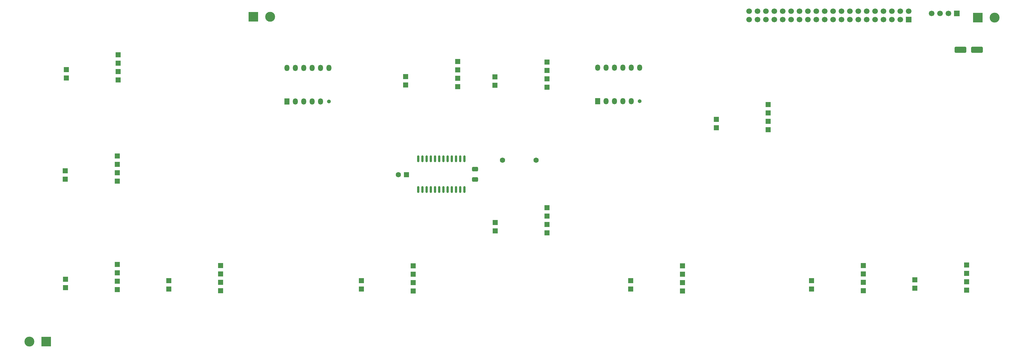
<source format=gbr>
%TF.GenerationSoftware,KiCad,Pcbnew,9.0.2*%
%TF.CreationDate,2025-07-13T15:23:57+02:00*%
%TF.ProjectId,elec,656c6563-2e6b-4696-9361-645f70636258,rev?*%
%TF.SameCoordinates,Original*%
%TF.FileFunction,Soldermask,Bot*%
%TF.FilePolarity,Negative*%
%FSLAX46Y46*%
G04 Gerber Fmt 4.6, Leading zero omitted, Abs format (unit mm)*
G04 Created by KiCad (PCBNEW 9.0.2) date 2025-07-13 15:23:57*
%MOMM*%
%LPD*%
G01*
G04 APERTURE LIST*
G04 Aperture macros list*
%AMRoundRect*
0 Rectangle with rounded corners*
0 $1 Rounding radius*
0 $2 $3 $4 $5 $6 $7 $8 $9 X,Y pos of 4 corners*
0 Add a 4 corners polygon primitive as box body*
4,1,4,$2,$3,$4,$5,$6,$7,$8,$9,$2,$3,0*
0 Add four circle primitives for the rounded corners*
1,1,$1+$1,$2,$3*
1,1,$1+$1,$4,$5*
1,1,$1+$1,$6,$7*
1,1,$1+$1,$8,$9*
0 Add four rect primitives between the rounded corners*
20,1,$1+$1,$2,$3,$4,$5,0*
20,1,$1+$1,$4,$5,$6,$7,0*
20,1,$1+$1,$6,$7,$8,$9,0*
20,1,$1+$1,$8,$9,$2,$3,0*%
G04 Aperture macros list end*
%ADD10R,1.500000X1.500000*%
%ADD11R,1.501140X1.930400*%
%ADD12O,1.501140X1.930400*%
%ADD13O,1.168400X1.168400*%
%ADD14R,3.000000X3.000000*%
%ADD15C,3.000000*%
%ADD16R,1.700000X1.700000*%
%ADD17C,1.700000*%
%ADD18RoundRect,0.250000X-1.500000X-0.650000X1.500000X-0.650000X1.500000X0.650000X-1.500000X0.650000X0*%
%ADD19RoundRect,0.250000X0.650000X-0.412500X0.650000X0.412500X-0.650000X0.412500X-0.650000X-0.412500X0*%
%ADD20C,1.600000*%
%ADD21RoundRect,0.250000X0.550000X0.550000X-0.550000X0.550000X-0.550000X-0.550000X0.550000X-0.550000X0*%
%ADD22RoundRect,0.150000X0.150000X-0.875000X0.150000X0.875000X-0.150000X0.875000X-0.150000X-0.875000X0*%
G04 APERTURE END LIST*
D10*
%TO.C,KR8*%
X286000000Y-125650000D03*
X286000000Y-128190000D03*
X286000000Y-130730000D03*
X286000000Y-133270000D03*
X270300000Y-130150000D03*
X270300000Y-132690000D03*
%TD*%
%TO.C,KR3*%
X89150000Y-174100000D03*
X89150000Y-176640000D03*
X89150000Y-179180000D03*
X89150000Y-181720000D03*
X73450000Y-178600000D03*
X73450000Y-181140000D03*
%TD*%
%TO.C,KR11*%
X192050000Y-112650000D03*
X192050000Y-115190000D03*
X192050000Y-117730000D03*
X192050000Y-120270000D03*
X176350000Y-117150000D03*
X176350000Y-119690000D03*
%TD*%
%TO.C,KR7*%
X260050000Y-174500000D03*
X260050000Y-177040000D03*
X260050000Y-179580000D03*
X260050000Y-182120000D03*
X244350000Y-179000000D03*
X244350000Y-181540000D03*
%TD*%
%TO.C,KR1*%
X89400000Y-110600000D03*
X89400000Y-113140000D03*
X89400000Y-115680000D03*
X89400000Y-118220000D03*
X73700000Y-115100000D03*
X73700000Y-117640000D03*
%TD*%
%TO.C,KR9*%
X314750000Y-174450000D03*
X314750000Y-176990000D03*
X314750000Y-179530000D03*
X314750000Y-182070000D03*
X299050000Y-178950000D03*
X299050000Y-181490000D03*
%TD*%
%TO.C,KR10*%
X346000000Y-174250000D03*
X346000000Y-176790000D03*
X346000000Y-179330000D03*
X346000000Y-181870000D03*
X330300000Y-178750000D03*
X330300000Y-181290000D03*
%TD*%
D11*
%TO.C,S1*%
X140421400Y-124705000D03*
D12*
X142961400Y-124705000D03*
X145501400Y-124705000D03*
X148041400Y-124705000D03*
X150581400Y-124705000D03*
D13*
X153121400Y-124705000D03*
D12*
X153121400Y-114545000D03*
X150581400Y-114545000D03*
X148041400Y-114545000D03*
X145501400Y-114545000D03*
X142961400Y-114545000D03*
X140423940Y-114545000D03*
%TD*%
D10*
%TO.C,KR5*%
X178600000Y-174510000D03*
X178600000Y-177050000D03*
X178600000Y-179590000D03*
X178600000Y-182130000D03*
X162900000Y-179010000D03*
X162900000Y-181550000D03*
%TD*%
%TO.C,KR12*%
X219050000Y-112750000D03*
X219050000Y-115290000D03*
X219050000Y-117830000D03*
X219050000Y-120370000D03*
X203350000Y-117250000D03*
X203350000Y-119790000D03*
%TD*%
%TO.C,KR2*%
X89100000Y-141250000D03*
X89100000Y-143790000D03*
X89100000Y-146330000D03*
X89100000Y-148870000D03*
X73400000Y-145750000D03*
X73400000Y-148290000D03*
%TD*%
D11*
%TO.C,S2*%
X234415200Y-124669300D03*
D12*
X236955200Y-124669300D03*
X239495200Y-124669300D03*
X242035200Y-124669300D03*
X244575200Y-124669300D03*
D13*
X247115200Y-124669300D03*
D12*
X247115200Y-114509300D03*
X244575200Y-114509300D03*
X242035200Y-114509300D03*
X239495200Y-114509300D03*
X236955200Y-114509300D03*
X234417740Y-114509300D03*
%TD*%
D10*
%TO.C,KR4*%
X120350000Y-174450000D03*
X120350000Y-176990000D03*
X120350000Y-179530000D03*
X120350000Y-182070000D03*
X104650000Y-178950000D03*
X104650000Y-181490000D03*
%TD*%
%TO.C,KR6*%
X219100000Y-156900000D03*
X219100000Y-159440000D03*
X219100000Y-161980000D03*
X219100000Y-164520000D03*
X203400000Y-161400000D03*
X203400000Y-163940000D03*
%TD*%
D14*
%TO.C,P1*%
X349400000Y-99300000D03*
D15*
X354480000Y-99300000D03*
%TD*%
D16*
%TO.C,J2*%
X328490000Y-99950000D03*
D17*
X328490000Y-97410000D03*
X325950000Y-99950000D03*
X325950000Y-97410000D03*
X323410000Y-99950000D03*
X323410000Y-97410000D03*
X320870000Y-99950000D03*
X320870000Y-97410000D03*
X318330000Y-99950000D03*
X318330000Y-97410000D03*
X315790000Y-99950000D03*
X315790000Y-97410000D03*
X313250000Y-99950000D03*
X313250000Y-97410000D03*
X310710000Y-99950000D03*
X310710000Y-97410000D03*
X308170000Y-99950000D03*
X308170000Y-97410000D03*
X305630000Y-99950000D03*
X305630000Y-97410000D03*
X303090000Y-99950000D03*
X303090000Y-97410000D03*
X300550000Y-99950000D03*
X300550000Y-97410000D03*
X298010000Y-99950000D03*
X298010000Y-97410000D03*
X295470000Y-99950000D03*
X295470000Y-97410000D03*
X292930000Y-99950000D03*
X292930000Y-97410000D03*
X290390000Y-99950000D03*
X290390000Y-97410000D03*
X287850000Y-99950000D03*
X287850000Y-97410000D03*
X285310000Y-99950000D03*
X285310000Y-97410000D03*
X282770000Y-99950000D03*
X282770000Y-97410000D03*
X280230000Y-99950000D03*
X280230000Y-97410000D03*
%TD*%
D18*
%TO.C,D1*%
X344125000Y-109050000D03*
X349125000Y-109050000D03*
%TD*%
D16*
%TO.C,P2*%
X343040000Y-98050000D03*
D17*
X340500000Y-98050000D03*
X337960000Y-98050000D03*
X335420000Y-98050000D03*
%TD*%
D19*
%TO.C,C2*%
X197300000Y-148312500D03*
X197300000Y-145187500D03*
%TD*%
D20*
%TO.C,R1*%
X215730000Y-142500000D03*
X205570000Y-142500000D03*
%TD*%
D21*
%TO.C,C1*%
X176600000Y-146900000D03*
D20*
X174100000Y-146900000D03*
%TD*%
D14*
%TO.C,J1*%
X130275000Y-99075000D03*
D15*
X135355000Y-99075000D03*
%TD*%
D14*
%TO.C,J3*%
X67590000Y-197450000D03*
D15*
X62510000Y-197450000D03*
%TD*%
D22*
%TO.C,IC1*%
X194110000Y-151350000D03*
X192840000Y-151350000D03*
X191570000Y-151350000D03*
X190300000Y-151350000D03*
X189030000Y-151350000D03*
X187760000Y-151350000D03*
X186490000Y-151350000D03*
X185220000Y-151350000D03*
X183950000Y-151350000D03*
X182680000Y-151350000D03*
X181410000Y-151350000D03*
X180140000Y-151350000D03*
X180140000Y-142050000D03*
X181410000Y-142050000D03*
X182680000Y-142050000D03*
X183950000Y-142050000D03*
X185220000Y-142050000D03*
X186490000Y-142050000D03*
X187760000Y-142050000D03*
X189030000Y-142050000D03*
X190300000Y-142050000D03*
X191570000Y-142050000D03*
X192840000Y-142050000D03*
X194110000Y-142050000D03*
%TD*%
M02*

</source>
